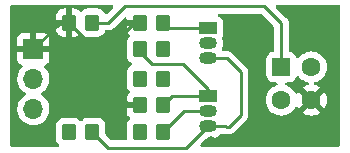
<source format=gbr>
%TF.GenerationSoftware,KiCad,Pcbnew,(6.0.5-0)*%
%TF.CreationDate,2022-06-15T16:59:53+05:30*%
%TF.ProjectId,CNY70_PCB,434e5937-305f-4504-9342-2e6b69636164,rev?*%
%TF.SameCoordinates,Original*%
%TF.FileFunction,Copper,L1,Top*%
%TF.FilePolarity,Positive*%
%FSLAX46Y46*%
G04 Gerber Fmt 4.6, Leading zero omitted, Abs format (unit mm)*
G04 Created by KiCad (PCBNEW (6.0.5-0)) date 2022-06-15 16:59:53*
%MOMM*%
%LPD*%
G01*
G04 APERTURE LIST*
G04 Aperture macros list*
%AMRoundRect*
0 Rectangle with rounded corners*
0 $1 Rounding radius*
0 $2 $3 $4 $5 $6 $7 $8 $9 X,Y pos of 4 corners*
0 Add a 4 corners polygon primitive as box body*
4,1,4,$2,$3,$4,$5,$6,$7,$8,$9,$2,$3,0*
0 Add four circle primitives for the rounded corners*
1,1,$1+$1,$2,$3*
1,1,$1+$1,$4,$5*
1,1,$1+$1,$6,$7*
1,1,$1+$1,$8,$9*
0 Add four rect primitives between the rounded corners*
20,1,$1+$1,$2,$3,$4,$5,0*
20,1,$1+$1,$4,$5,$6,$7,0*
20,1,$1+$1,$6,$7,$8,$9,0*
20,1,$1+$1,$8,$9,$2,$3,0*%
G04 Aperture macros list end*
%TA.AperFunction,ComponentPad*%
%ADD10R,1.700000X1.700000*%
%TD*%
%TA.AperFunction,ComponentPad*%
%ADD11O,1.700000X1.700000*%
%TD*%
%TA.AperFunction,ComponentPad*%
%ADD12C,1.600000*%
%TD*%
%TA.AperFunction,ComponentPad*%
%ADD13RoundRect,0.249600X-0.550400X0.550400X-0.550400X-0.550400X0.550400X-0.550400X0.550400X0.550400X0*%
%TD*%
%TA.AperFunction,SMDPad,CuDef*%
%ADD14RoundRect,0.250000X0.350000X0.450000X-0.350000X0.450000X-0.350000X-0.450000X0.350000X-0.450000X0*%
%TD*%
%TA.AperFunction,SMDPad,CuDef*%
%ADD15RoundRect,0.250000X-0.350000X-0.450000X0.350000X-0.450000X0.350000X0.450000X-0.350000X0.450000X0*%
%TD*%
%TA.AperFunction,ComponentPad*%
%ADD16R,1.500000X1.050000*%
%TD*%
%TA.AperFunction,ComponentPad*%
%ADD17O,1.500000X1.050000*%
%TD*%
%TA.AperFunction,ViaPad*%
%ADD18C,0.800000*%
%TD*%
%TA.AperFunction,Conductor*%
%ADD19C,0.250000*%
%TD*%
G04 APERTURE END LIST*
D10*
%TO.P,J1,1,Pin_1*%
%TO.N,VCC*%
X138250000Y-72225000D03*
D11*
%TO.P,J1,2,Pin_2*%
%TO.N,Net-(J1-Pad2)*%
X138250000Y-74765000D03*
%TO.P,J1,3,Pin_3*%
%TO.N,GND*%
X138250000Y-77305000D03*
%TD*%
D12*
%TO.P,U1,4,E*%
%TO.N,Net-(Q1-Pad2)*%
X159250000Y-76550000D03*
%TO.P,U1,3,C*%
%TO.N,VCC*%
X161790000Y-76550000D03*
%TO.P,U1,2,K*%
%TO.N,GND*%
X161790000Y-73750000D03*
D13*
%TO.P,U1,1,A*%
%TO.N,Net-(R1-Pad2)*%
X159250000Y-73750000D03*
%TD*%
D14*
%TO.P,R7,1*%
%TO.N,Net-(Q1-Pad3)*%
X143250000Y-79250000D03*
%TO.P,R7,2*%
%TO.N,GND*%
X141250000Y-79250000D03*
%TD*%
D15*
%TO.P,R6,1*%
%TO.N,Net-(Q2-Pad2)*%
X147250000Y-74750000D03*
%TO.P,R6,2*%
%TO.N,GND*%
X149250000Y-74750000D03*
%TD*%
%TO.P,R5,1*%
%TO.N,VCC*%
X147250000Y-70000000D03*
%TO.P,R5,2*%
%TO.N,Net-(J1-Pad2)*%
X149250000Y-70000000D03*
%TD*%
D14*
%TO.P,R4,1*%
%TO.N,Net-(Q2-Pad2)*%
X149250000Y-72250000D03*
%TO.P,R4,2*%
%TO.N,Net-(Q1-Pad1)*%
X147250000Y-72250000D03*
%TD*%
D15*
%TO.P,R3,1*%
%TO.N,VCC*%
X147250000Y-77000000D03*
%TO.P,R3,2*%
%TO.N,Net-(Q1-Pad1)*%
X149250000Y-77000000D03*
%TD*%
D14*
%TO.P,R2,1*%
%TO.N,Net-(Q1-Pad2)*%
X149250000Y-79250000D03*
%TO.P,R2,2*%
%TO.N,GND*%
X147250000Y-79250000D03*
%TD*%
D15*
%TO.P,R1,1*%
%TO.N,VCC*%
X141250000Y-70000000D03*
%TO.P,R1,2*%
%TO.N,Net-(R1-Pad2)*%
X143250000Y-70000000D03*
%TD*%
D16*
%TO.P,Q2,1,C*%
%TO.N,Net-(J1-Pad2)*%
X153040000Y-70480000D03*
D17*
%TO.P,Q2,2,B*%
%TO.N,Net-(Q2-Pad2)*%
X153040000Y-71750000D03*
%TO.P,Q2,3,E*%
%TO.N,Net-(Q1-Pad3)*%
X153040000Y-73020000D03*
%TD*%
D16*
%TO.P,Q1,1,C*%
%TO.N,Net-(Q1-Pad1)*%
X153000000Y-76250000D03*
D17*
%TO.P,Q1,2,B*%
%TO.N,Net-(Q1-Pad2)*%
X153000000Y-77520000D03*
%TO.P,Q1,3,E*%
%TO.N,Net-(Q1-Pad3)*%
X153000000Y-78790000D03*
%TD*%
D18*
%TO.N,Net-(Q2-Pad2)*%
X147250000Y-74750000D03*
X149250000Y-72250000D03*
%TO.N,Net-(J1-Pad2)*%
X149250000Y-70000000D03*
%TO.N,VCC*%
X153250000Y-80000000D03*
X147250000Y-77000000D03*
%TO.N,GND*%
X141200000Y-79400000D03*
X147200000Y-79200000D03*
X149200000Y-74800000D03*
%TD*%
D19*
%TO.N,VCC*%
X158390000Y-80000000D02*
X158390000Y-79950000D01*
X158390000Y-79950000D02*
X161790000Y-76550000D01*
%TO.N,Net-(R1-Pad2)*%
X159250000Y-73750000D02*
X159250000Y-70050000D01*
X159250000Y-70050000D02*
X157800000Y-68600000D01*
%TO.N,VCC*%
X145400000Y-71400000D02*
X145400000Y-71600000D01*
X145400000Y-71600000D02*
X145400000Y-76000000D01*
X141250000Y-70000000D02*
X142850000Y-71600000D01*
X142850000Y-71600000D02*
X145400000Y-71600000D01*
X158390000Y-80000000D02*
X153250000Y-80000000D01*
X147250000Y-70000000D02*
X146800000Y-70000000D01*
X146800000Y-70000000D02*
X145400000Y-71400000D01*
X145400000Y-76000000D02*
X146400000Y-77000000D01*
X146400000Y-77000000D02*
X147250000Y-77000000D01*
X141250000Y-70000000D02*
X140475000Y-70000000D01*
X140475000Y-70000000D02*
X138250000Y-72225000D01*
%TO.N,GND*%
X141250000Y-79350000D02*
X141200000Y-79400000D01*
X141250000Y-79250000D02*
X141250000Y-79350000D01*
%TO.N,Net-(Q1-Pad3)*%
X143250000Y-79250000D02*
X144600000Y-80600000D01*
X144600000Y-80600000D02*
X151190000Y-80600000D01*
X151190000Y-80600000D02*
X153000000Y-78790000D01*
%TO.N,Net-(R1-Pad2)*%
X143250000Y-70000000D02*
X144600000Y-70000000D01*
X144600000Y-70000000D02*
X146000000Y-68600000D01*
X146000000Y-68600000D02*
X157800000Y-68600000D01*
%TO.N,Net-(Q1-Pad2)*%
X149250000Y-79250000D02*
X150980000Y-77520000D01*
X150980000Y-77520000D02*
X153000000Y-77520000D01*
%TO.N,GND*%
X147250000Y-79250000D02*
X147200000Y-79200000D01*
X149250000Y-74750000D02*
X149200000Y-74800000D01*
%TO.N,Net-(Q1-Pad1)*%
X149250000Y-77000000D02*
X150000000Y-76250000D01*
X150000000Y-76250000D02*
X153000000Y-76250000D01*
%TO.N,Net-(Q1-Pad3)*%
X154800000Y-78800000D02*
X154600000Y-78800000D01*
X155800000Y-77800000D02*
X154800000Y-78800000D01*
X154620000Y-73020000D02*
X155800000Y-74200000D01*
X153040000Y-73020000D02*
X154620000Y-73020000D01*
X155800000Y-74200000D02*
X155800000Y-77800000D01*
X154600000Y-78800000D02*
X154590000Y-78790000D01*
X154590000Y-78790000D02*
X153000000Y-78790000D01*
%TO.N,Net-(Q1-Pad1)*%
X147250000Y-72250000D02*
X147250000Y-72475000D01*
X147250000Y-72475000D02*
X148275000Y-73500000D01*
X148275000Y-73500000D02*
X150925000Y-73500000D01*
X150925000Y-73500000D02*
X153000000Y-75575000D01*
X153000000Y-75575000D02*
X153000000Y-76250000D01*
%TO.N,Net-(J1-Pad2)*%
X149250000Y-70000000D02*
X149730000Y-70480000D01*
X149730000Y-70480000D02*
X153040000Y-70480000D01*
%TO.N,Net-(Q2-Pad2)*%
X147250000Y-74500000D02*
X147250000Y-74750000D01*
%TD*%
%TA.AperFunction,Conductor*%
%TO.N,VCC*%
G36*
X164183621Y-68528502D02*
G01*
X164230114Y-68582158D01*
X164241500Y-68634500D01*
X164241500Y-80365500D01*
X164221498Y-80433621D01*
X164167842Y-80480114D01*
X164115500Y-80491500D01*
X152498594Y-80491500D01*
X152430473Y-80471498D01*
X152383980Y-80417842D01*
X152373876Y-80347568D01*
X152403370Y-80282988D01*
X152409499Y-80276405D01*
X152825499Y-79860405D01*
X152887811Y-79826379D01*
X152914594Y-79823500D01*
X153276004Y-79823500D01*
X153426713Y-79808723D01*
X153620742Y-79750142D01*
X153799698Y-79654990D01*
X153956763Y-79526890D01*
X154004501Y-79469184D01*
X154063333Y-79429447D01*
X154101585Y-79423500D01*
X154465107Y-79423500D01*
X154496442Y-79427459D01*
X154519970Y-79433500D01*
X154540224Y-79433500D01*
X154559934Y-79435051D01*
X154579943Y-79438220D01*
X154587835Y-79437474D01*
X154606580Y-79435702D01*
X154623962Y-79434059D01*
X154635819Y-79433500D01*
X154721233Y-79433500D01*
X154732416Y-79434027D01*
X154739909Y-79435702D01*
X154747835Y-79435453D01*
X154747836Y-79435453D01*
X154807986Y-79433562D01*
X154811945Y-79433500D01*
X154839856Y-79433500D01*
X154843791Y-79433003D01*
X154843856Y-79432995D01*
X154855693Y-79432062D01*
X154887951Y-79431048D01*
X154891970Y-79430922D01*
X154899889Y-79430673D01*
X154919343Y-79425021D01*
X154938700Y-79421013D01*
X154950930Y-79419468D01*
X154950931Y-79419468D01*
X154958797Y-79418474D01*
X154966168Y-79415555D01*
X154966170Y-79415555D01*
X154999912Y-79402196D01*
X155011142Y-79398351D01*
X155045983Y-79388229D01*
X155045984Y-79388229D01*
X155053593Y-79386018D01*
X155060412Y-79381985D01*
X155060417Y-79381983D01*
X155071028Y-79375707D01*
X155088776Y-79367012D01*
X155107617Y-79359552D01*
X155143387Y-79333564D01*
X155153307Y-79327048D01*
X155184535Y-79308580D01*
X155184538Y-79308578D01*
X155191362Y-79304542D01*
X155205683Y-79290221D01*
X155220717Y-79277380D01*
X155230694Y-79270131D01*
X155237107Y-79265472D01*
X155265298Y-79231395D01*
X155273288Y-79222616D01*
X156192247Y-78303657D01*
X156200537Y-78296113D01*
X156207018Y-78292000D01*
X156253659Y-78242332D01*
X156256413Y-78239491D01*
X156276135Y-78219769D01*
X156278612Y-78216576D01*
X156286317Y-78207555D01*
X156300795Y-78192137D01*
X156316586Y-78175321D01*
X156320407Y-78168371D01*
X156326346Y-78157568D01*
X156337202Y-78141041D01*
X156344757Y-78131302D01*
X156344758Y-78131300D01*
X156349614Y-78125040D01*
X156367174Y-78084460D01*
X156372391Y-78073812D01*
X156389877Y-78042005D01*
X156393695Y-78035060D01*
X156398733Y-78015437D01*
X156405137Y-77996734D01*
X156410033Y-77985420D01*
X156410033Y-77985419D01*
X156413181Y-77978145D01*
X156414420Y-77970322D01*
X156414423Y-77970312D01*
X156420099Y-77934476D01*
X156422505Y-77922856D01*
X156431528Y-77887711D01*
X156431528Y-77887710D01*
X156433500Y-77880030D01*
X156433500Y-77859776D01*
X156435051Y-77840065D01*
X156436980Y-77827886D01*
X156438220Y-77820057D01*
X156434059Y-77776038D01*
X156433500Y-77764181D01*
X156433500Y-74278767D01*
X156434027Y-74267584D01*
X156435702Y-74260091D01*
X156433562Y-74192014D01*
X156433500Y-74188055D01*
X156433500Y-74160144D01*
X156432995Y-74156144D01*
X156432062Y-74144301D01*
X156432048Y-74143834D01*
X156430673Y-74100111D01*
X156425021Y-74080657D01*
X156421013Y-74061300D01*
X156419468Y-74049070D01*
X156419468Y-74049069D01*
X156418474Y-74041203D01*
X156415555Y-74033830D01*
X156402196Y-74000088D01*
X156398351Y-73988858D01*
X156388229Y-73954017D01*
X156388229Y-73954016D01*
X156386018Y-73946407D01*
X156381985Y-73939588D01*
X156381983Y-73939583D01*
X156375707Y-73928972D01*
X156367012Y-73911224D01*
X156359552Y-73892383D01*
X156333564Y-73856613D01*
X156327048Y-73846693D01*
X156308580Y-73815465D01*
X156308578Y-73815462D01*
X156304542Y-73808638D01*
X156290221Y-73794317D01*
X156277380Y-73779283D01*
X156270131Y-73769306D01*
X156265472Y-73762893D01*
X156231395Y-73734702D01*
X156222616Y-73726712D01*
X155123652Y-72627747D01*
X155116112Y-72619461D01*
X155112000Y-72612982D01*
X155062348Y-72566356D01*
X155059507Y-72563602D01*
X155039770Y-72543865D01*
X155036573Y-72541385D01*
X155027551Y-72533680D01*
X155001100Y-72508841D01*
X154995321Y-72503414D01*
X154988375Y-72499595D01*
X154988372Y-72499593D01*
X154977566Y-72493652D01*
X154961047Y-72482801D01*
X154958301Y-72480671D01*
X154945041Y-72470386D01*
X154937772Y-72467241D01*
X154937768Y-72467238D01*
X154904463Y-72452826D01*
X154893813Y-72447609D01*
X154855060Y-72426305D01*
X154835437Y-72421267D01*
X154816734Y-72414863D01*
X154805420Y-72409967D01*
X154805419Y-72409967D01*
X154798145Y-72406819D01*
X154790322Y-72405580D01*
X154790312Y-72405577D01*
X154754476Y-72399901D01*
X154742856Y-72397495D01*
X154707711Y-72388472D01*
X154707710Y-72388472D01*
X154700030Y-72386500D01*
X154679776Y-72386500D01*
X154660065Y-72384949D01*
X154647886Y-72383020D01*
X154640057Y-72381780D01*
X154603254Y-72385259D01*
X154596039Y-72385941D01*
X154584181Y-72386500D01*
X154307165Y-72386500D01*
X154239044Y-72366498D01*
X154192551Y-72312842D01*
X154182447Y-72242568D01*
X154196329Y-72200571D01*
X154219426Y-72157853D01*
X154222356Y-72152435D01*
X154279905Y-71966525D01*
X154280468Y-71964707D01*
X154280469Y-71964704D01*
X154282290Y-71958820D01*
X154303476Y-71757250D01*
X154285106Y-71555404D01*
X154279188Y-71535294D01*
X154229620Y-71366879D01*
X154229619Y-71366877D01*
X154227881Y-71360971D01*
X154228740Y-71360718D01*
X154222286Y-71295338D01*
X154235452Y-71258594D01*
X154240615Y-71251705D01*
X154254776Y-71213932D01*
X154288971Y-71122715D01*
X154291745Y-71115316D01*
X154298500Y-71053134D01*
X154298500Y-69906866D01*
X154291745Y-69844684D01*
X154240615Y-69708295D01*
X154153261Y-69591739D01*
X154036705Y-69504385D01*
X154028296Y-69501233D01*
X154028295Y-69501232D01*
X153964942Y-69477482D01*
X153908177Y-69434841D01*
X153883477Y-69368279D01*
X153898684Y-69298930D01*
X153948970Y-69248812D01*
X154009171Y-69233500D01*
X157485406Y-69233500D01*
X157553527Y-69253502D01*
X157574501Y-69270405D01*
X158579595Y-70275499D01*
X158613621Y-70337811D01*
X158616500Y-70364594D01*
X158616500Y-72337329D01*
X158596498Y-72405450D01*
X158542842Y-72451943D01*
X158530379Y-72456852D01*
X158375825Y-72508415D01*
X158225502Y-72601437D01*
X158220332Y-72606616D01*
X158199238Y-72627747D01*
X158100611Y-72726547D01*
X158007851Y-72877032D01*
X158005546Y-72883980D01*
X158005546Y-72883981D01*
X157958218Y-73026669D01*
X157952197Y-73044820D01*
X157941500Y-73149227D01*
X157941501Y-74350772D01*
X157952469Y-74456484D01*
X158008415Y-74624175D01*
X158101437Y-74774498D01*
X158226547Y-74899389D01*
X158377032Y-74992149D01*
X158383980Y-74994454D01*
X158383981Y-74994454D01*
X158538289Y-75045637D01*
X158538291Y-75045638D01*
X158544820Y-75047803D01*
X158649227Y-75058500D01*
X158803634Y-75058500D01*
X158871755Y-75078502D01*
X158918248Y-75132158D01*
X158928352Y-75202432D01*
X158898858Y-75267012D01*
X158836245Y-75306207D01*
X158806067Y-75314293D01*
X158806065Y-75314294D01*
X158800757Y-75315716D01*
X158795776Y-75318039D01*
X158795775Y-75318039D01*
X158598238Y-75410151D01*
X158598233Y-75410154D01*
X158593251Y-75412477D01*
X158502941Y-75475713D01*
X158410211Y-75540643D01*
X158410208Y-75540645D01*
X158405700Y-75543802D01*
X158243802Y-75705700D01*
X158240645Y-75710208D01*
X158240643Y-75710211D01*
X158239467Y-75711891D01*
X158112477Y-75893251D01*
X158110154Y-75898233D01*
X158110151Y-75898238D01*
X158059997Y-76005795D01*
X158015716Y-76100757D01*
X158014294Y-76106065D01*
X158014293Y-76106067D01*
X157960171Y-76308051D01*
X157956457Y-76321913D01*
X157936502Y-76550000D01*
X157956457Y-76778087D01*
X157957881Y-76783400D01*
X157957881Y-76783402D01*
X157995025Y-76922022D01*
X158015716Y-76999243D01*
X158018039Y-77004224D01*
X158018039Y-77004225D01*
X158110151Y-77201762D01*
X158110154Y-77201767D01*
X158112477Y-77206749D01*
X158185902Y-77311611D01*
X158230224Y-77374908D01*
X158243802Y-77394300D01*
X158405700Y-77556198D01*
X158410208Y-77559355D01*
X158410211Y-77559357D01*
X158477061Y-77606166D01*
X158593251Y-77687523D01*
X158598233Y-77689846D01*
X158598238Y-77689849D01*
X158778587Y-77773946D01*
X158800757Y-77784284D01*
X158806065Y-77785706D01*
X158806067Y-77785707D01*
X159016598Y-77842119D01*
X159016600Y-77842119D01*
X159021913Y-77843543D01*
X159250000Y-77863498D01*
X159478087Y-77843543D01*
X159483400Y-77842119D01*
X159483402Y-77842119D01*
X159693933Y-77785707D01*
X159693935Y-77785706D01*
X159699243Y-77784284D01*
X159721413Y-77773946D01*
X159901762Y-77689849D01*
X159901767Y-77689846D01*
X159906749Y-77687523D01*
X159980243Y-77636062D01*
X161068493Y-77636062D01*
X161077789Y-77648077D01*
X161128994Y-77683931D01*
X161138489Y-77689414D01*
X161335947Y-77781490D01*
X161346239Y-77785236D01*
X161556688Y-77841625D01*
X161567481Y-77843528D01*
X161784525Y-77862517D01*
X161795475Y-77862517D01*
X162012519Y-77843528D01*
X162023312Y-77841625D01*
X162233761Y-77785236D01*
X162244053Y-77781490D01*
X162441511Y-77689414D01*
X162451006Y-77683931D01*
X162503048Y-77647491D01*
X162511424Y-77637012D01*
X162504356Y-77623566D01*
X161802812Y-76922022D01*
X161788868Y-76914408D01*
X161787035Y-76914539D01*
X161780420Y-76918790D01*
X161074923Y-77624287D01*
X161068493Y-77636062D01*
X159980243Y-77636062D01*
X160022939Y-77606166D01*
X160089789Y-77559357D01*
X160089792Y-77559355D01*
X160094300Y-77556198D01*
X160256198Y-77394300D01*
X160269777Y-77374908D01*
X160314098Y-77311611D01*
X160387523Y-77206749D01*
X160389846Y-77201767D01*
X160389849Y-77201762D01*
X160406081Y-77166951D01*
X160452998Y-77113666D01*
X160521275Y-77094205D01*
X160589235Y-77114747D01*
X160634471Y-77166951D01*
X160650586Y-77201511D01*
X160656069Y-77211006D01*
X160692509Y-77263048D01*
X160702988Y-77271424D01*
X160716434Y-77264356D01*
X161417978Y-76562812D01*
X161424356Y-76551132D01*
X162154408Y-76551132D01*
X162154539Y-76552965D01*
X162158790Y-76559580D01*
X162864287Y-77265077D01*
X162876062Y-77271507D01*
X162888077Y-77262211D01*
X162923931Y-77211006D01*
X162929414Y-77201511D01*
X163021490Y-77004053D01*
X163025236Y-76993761D01*
X163081625Y-76783312D01*
X163083528Y-76772519D01*
X163102517Y-76555475D01*
X163102517Y-76544525D01*
X163083528Y-76327481D01*
X163081625Y-76316688D01*
X163025236Y-76106239D01*
X163021490Y-76095947D01*
X162929414Y-75898489D01*
X162923931Y-75888994D01*
X162887491Y-75836952D01*
X162877012Y-75828576D01*
X162863566Y-75835644D01*
X162162022Y-76537188D01*
X162154408Y-76551132D01*
X161424356Y-76551132D01*
X161425592Y-76548868D01*
X161425461Y-76547035D01*
X161421210Y-76540420D01*
X160715713Y-75834923D01*
X160703938Y-75828493D01*
X160691923Y-75837789D01*
X160656069Y-75888994D01*
X160650586Y-75898489D01*
X160634471Y-75933049D01*
X160587554Y-75986334D01*
X160519277Y-76005795D01*
X160451317Y-75985253D01*
X160406081Y-75933049D01*
X160389849Y-75898238D01*
X160389846Y-75898233D01*
X160387523Y-75893251D01*
X160260533Y-75711891D01*
X160259357Y-75710211D01*
X160259355Y-75710208D01*
X160256198Y-75705700D01*
X160094300Y-75543802D01*
X160089792Y-75540645D01*
X160089789Y-75540643D01*
X159997059Y-75475713D01*
X159906749Y-75412477D01*
X159901767Y-75410154D01*
X159901762Y-75410151D01*
X159704225Y-75318039D01*
X159704224Y-75318039D01*
X159699243Y-75315716D01*
X159693936Y-75314294D01*
X159693925Y-75314290D01*
X159663751Y-75306205D01*
X159603129Y-75269254D01*
X159572107Y-75205393D01*
X159580536Y-75134898D01*
X159625740Y-75080152D01*
X159696363Y-75058499D01*
X159850772Y-75058499D01*
X159854016Y-75058162D01*
X159854024Y-75058162D01*
X159900032Y-75053388D01*
X159956484Y-75047531D01*
X160124175Y-74991585D01*
X160274498Y-74898563D01*
X160399389Y-74773453D01*
X160492149Y-74622968D01*
X160513393Y-74558919D01*
X160553824Y-74500561D01*
X160619388Y-74473324D01*
X160689270Y-74485858D01*
X160736199Y-74526317D01*
X160780643Y-74589789D01*
X160783802Y-74594300D01*
X160945700Y-74756198D01*
X160950208Y-74759355D01*
X160950211Y-74759357D01*
X161028389Y-74814098D01*
X161133251Y-74887523D01*
X161138233Y-74889846D01*
X161138238Y-74889849D01*
X161335775Y-74981961D01*
X161340757Y-74984284D01*
X161346064Y-74985706D01*
X161505966Y-75028552D01*
X161566588Y-75065504D01*
X161597610Y-75129365D01*
X161589181Y-75199859D01*
X161543978Y-75254606D01*
X161505965Y-75271966D01*
X161346239Y-75314764D01*
X161335947Y-75318510D01*
X161138489Y-75410586D01*
X161128994Y-75416069D01*
X161076952Y-75452509D01*
X161068576Y-75462988D01*
X161075644Y-75476434D01*
X161777188Y-76177978D01*
X161791132Y-76185592D01*
X161792965Y-76185461D01*
X161799580Y-76181210D01*
X162505077Y-75475713D01*
X162511507Y-75463938D01*
X162502211Y-75451923D01*
X162451006Y-75416069D01*
X162441511Y-75410586D01*
X162244053Y-75318510D01*
X162233761Y-75314764D01*
X162074035Y-75271966D01*
X162013412Y-75235014D01*
X161982391Y-75171154D01*
X161990819Y-75100659D01*
X162036022Y-75045912D01*
X162074034Y-75028552D01*
X162233936Y-74985706D01*
X162239243Y-74984284D01*
X162244225Y-74981961D01*
X162441762Y-74889849D01*
X162441767Y-74889846D01*
X162446749Y-74887523D01*
X162551611Y-74814098D01*
X162629789Y-74759357D01*
X162629792Y-74759355D01*
X162634300Y-74756198D01*
X162796198Y-74594300D01*
X162820972Y-74558920D01*
X162872130Y-74485858D01*
X162927523Y-74406749D01*
X162929846Y-74401767D01*
X162929849Y-74401762D01*
X163021961Y-74204225D01*
X163021961Y-74204224D01*
X163024284Y-74199243D01*
X163026750Y-74190042D01*
X163082119Y-73983402D01*
X163082119Y-73983400D01*
X163083543Y-73978087D01*
X163103498Y-73750000D01*
X163083543Y-73521913D01*
X163079911Y-73508357D01*
X163025707Y-73306067D01*
X163025706Y-73306065D01*
X163024284Y-73300757D01*
X163002405Y-73253836D01*
X162929849Y-73098238D01*
X162929846Y-73098233D01*
X162927523Y-73093251D01*
X162813540Y-72930467D01*
X162799357Y-72910211D01*
X162799355Y-72910208D01*
X162796198Y-72905700D01*
X162634300Y-72743802D01*
X162629792Y-72740645D01*
X162629789Y-72740643D01*
X162551611Y-72685902D01*
X162446749Y-72612477D01*
X162441767Y-72610154D01*
X162441762Y-72610151D01*
X162244225Y-72518039D01*
X162244224Y-72518039D01*
X162239243Y-72515716D01*
X162233935Y-72514294D01*
X162233933Y-72514293D01*
X162023402Y-72457881D01*
X162023400Y-72457881D01*
X162018087Y-72456457D01*
X161790000Y-72436502D01*
X161561913Y-72456457D01*
X161556600Y-72457881D01*
X161556598Y-72457881D01*
X161346067Y-72514293D01*
X161346065Y-72514294D01*
X161340757Y-72515716D01*
X161335776Y-72518039D01*
X161335775Y-72518039D01*
X161138238Y-72610151D01*
X161138233Y-72610154D01*
X161133251Y-72612477D01*
X161028389Y-72685902D01*
X160950211Y-72740643D01*
X160950208Y-72740645D01*
X160945700Y-72743802D01*
X160783802Y-72905700D01*
X160780645Y-72910208D01*
X160780643Y-72910211D01*
X160736174Y-72973719D01*
X160680716Y-73018047D01*
X160610097Y-73025356D01*
X160546737Y-72993325D01*
X160513437Y-72941324D01*
X160494839Y-72885577D01*
X160491585Y-72875825D01*
X160398563Y-72725502D01*
X160273453Y-72600611D01*
X160122968Y-72507851D01*
X160098072Y-72499593D01*
X159969832Y-72457057D01*
X159911472Y-72416626D01*
X159884236Y-72351061D01*
X159883500Y-72337464D01*
X159883500Y-70128768D01*
X159884027Y-70117585D01*
X159885702Y-70110092D01*
X159883562Y-70042001D01*
X159883500Y-70038044D01*
X159883500Y-70010144D01*
X159882996Y-70006153D01*
X159882063Y-69994311D01*
X159880923Y-69958036D01*
X159880674Y-69950111D01*
X159875021Y-69930652D01*
X159871012Y-69911293D01*
X159870453Y-69906866D01*
X159868474Y-69891203D01*
X159865558Y-69883837D01*
X159865556Y-69883831D01*
X159852200Y-69850098D01*
X159848355Y-69838868D01*
X159838230Y-69804017D01*
X159838230Y-69804016D01*
X159836019Y-69796407D01*
X159825705Y-69778966D01*
X159817008Y-69761213D01*
X159812472Y-69749758D01*
X159809552Y-69742383D01*
X159783563Y-69706612D01*
X159777047Y-69696692D01*
X159758578Y-69665463D01*
X159754542Y-69658638D01*
X159740221Y-69644317D01*
X159727380Y-69629283D01*
X159720131Y-69619306D01*
X159715472Y-69612893D01*
X159681395Y-69584702D01*
X159672626Y-69576722D01*
X158819498Y-68723593D01*
X158785474Y-68661283D01*
X158790539Y-68590467D01*
X158833086Y-68533632D01*
X158899606Y-68508821D01*
X158908595Y-68508500D01*
X164115500Y-68508500D01*
X164183621Y-68528502D01*
G37*
%TD.AperFunction*%
%TA.AperFunction,Conductor*%
G36*
X144959527Y-68528502D02*
G01*
X145006020Y-68582158D01*
X145016124Y-68652432D01*
X144986630Y-68717012D01*
X144980501Y-68723595D01*
X144475350Y-69228746D01*
X144413038Y-69262772D01*
X144342223Y-69257707D01*
X144285387Y-69215160D01*
X144279118Y-69205965D01*
X144198478Y-69075652D01*
X144073303Y-68950695D01*
X144067072Y-68946854D01*
X143928968Y-68861725D01*
X143928966Y-68861724D01*
X143922738Y-68857885D01*
X143842995Y-68831436D01*
X143761389Y-68804368D01*
X143761387Y-68804368D01*
X143754861Y-68802203D01*
X143748025Y-68801503D01*
X143748022Y-68801502D01*
X143704969Y-68797091D01*
X143650400Y-68791500D01*
X142849600Y-68791500D01*
X142846354Y-68791837D01*
X142846350Y-68791837D01*
X142750692Y-68801762D01*
X142750688Y-68801763D01*
X142743834Y-68802474D01*
X142737298Y-68804655D01*
X142737296Y-68804655D01*
X142720928Y-68810116D01*
X142576054Y-68858450D01*
X142425652Y-68951522D01*
X142420479Y-68956704D01*
X142338862Y-69038463D01*
X142276579Y-69072542D01*
X142205759Y-69067539D01*
X142160671Y-69038618D01*
X142078171Y-68956261D01*
X142066760Y-68947249D01*
X141928757Y-68862184D01*
X141915576Y-68856037D01*
X141761290Y-68804862D01*
X141747914Y-68801995D01*
X141653562Y-68792328D01*
X141647145Y-68792000D01*
X141522115Y-68792000D01*
X141506876Y-68796475D01*
X141505671Y-68797865D01*
X141504000Y-68805548D01*
X141504000Y-71189884D01*
X141508475Y-71205123D01*
X141509865Y-71206328D01*
X141517548Y-71207999D01*
X141647095Y-71207999D01*
X141653614Y-71207662D01*
X141749206Y-71197743D01*
X141762600Y-71194851D01*
X141916784Y-71143412D01*
X141929962Y-71137239D01*
X142067807Y-71051937D01*
X142079208Y-71042901D01*
X142160430Y-70961538D01*
X142222713Y-70927459D01*
X142293533Y-70932462D01*
X142338620Y-70961383D01*
X142421512Y-71044130D01*
X142421517Y-71044134D01*
X142426697Y-71049305D01*
X142432927Y-71053145D01*
X142432928Y-71053146D01*
X142570288Y-71137816D01*
X142577262Y-71142115D01*
X142605931Y-71151624D01*
X142738611Y-71195632D01*
X142738613Y-71195632D01*
X142745139Y-71197797D01*
X142751975Y-71198497D01*
X142751978Y-71198498D01*
X142795031Y-71202909D01*
X142849600Y-71208500D01*
X143650400Y-71208500D01*
X143653646Y-71208163D01*
X143653650Y-71208163D01*
X143749308Y-71198238D01*
X143749312Y-71198237D01*
X143756166Y-71197526D01*
X143762702Y-71195345D01*
X143762704Y-71195345D01*
X143894806Y-71151272D01*
X143923946Y-71141550D01*
X144074348Y-71048478D01*
X144199305Y-70923303D01*
X144225660Y-70880548D01*
X144288275Y-70778968D01*
X144288276Y-70778966D01*
X144292115Y-70772738D01*
X144309663Y-70719832D01*
X144350094Y-70661473D01*
X144415658Y-70634236D01*
X144429256Y-70633500D01*
X144521233Y-70633500D01*
X144532416Y-70634027D01*
X144539909Y-70635702D01*
X144547835Y-70635453D01*
X144547836Y-70635453D01*
X144607986Y-70633562D01*
X144611945Y-70633500D01*
X144639856Y-70633500D01*
X144643791Y-70633003D01*
X144643856Y-70632995D01*
X144655693Y-70632062D01*
X144687951Y-70631048D01*
X144691970Y-70630922D01*
X144699889Y-70630673D01*
X144719343Y-70625021D01*
X144738700Y-70621013D01*
X144750930Y-70619468D01*
X144750931Y-70619468D01*
X144758797Y-70618474D01*
X144766168Y-70615555D01*
X144766170Y-70615555D01*
X144799912Y-70602196D01*
X144811142Y-70598351D01*
X144845983Y-70588229D01*
X144845984Y-70588229D01*
X144853593Y-70586018D01*
X144860412Y-70581985D01*
X144860417Y-70581983D01*
X144871028Y-70575707D01*
X144888776Y-70567012D01*
X144907617Y-70559552D01*
X144943387Y-70533564D01*
X144953307Y-70527048D01*
X144984535Y-70508580D01*
X144984538Y-70508578D01*
X144991362Y-70504542D01*
X145005683Y-70490221D01*
X145020717Y-70477380D01*
X145030694Y-70470131D01*
X145037107Y-70465472D01*
X145065298Y-70431395D01*
X145073278Y-70422626D01*
X145926907Y-69568998D01*
X145989217Y-69534974D01*
X146060033Y-69540039D01*
X146116868Y-69582586D01*
X146141679Y-69649106D01*
X146142000Y-69658095D01*
X146142000Y-69727885D01*
X146146475Y-69743124D01*
X146147865Y-69744329D01*
X146155548Y-69746000D01*
X147378000Y-69746000D01*
X147446121Y-69766002D01*
X147492614Y-69819658D01*
X147504000Y-69872000D01*
X147504000Y-70128000D01*
X147483998Y-70196121D01*
X147430342Y-70242614D01*
X147378000Y-70254000D01*
X146160116Y-70254000D01*
X146144877Y-70258475D01*
X146143672Y-70259865D01*
X146142001Y-70267548D01*
X146142001Y-70497095D01*
X146142338Y-70503614D01*
X146152257Y-70599206D01*
X146155149Y-70612600D01*
X146206588Y-70766784D01*
X146212761Y-70779962D01*
X146298063Y-70917807D01*
X146307099Y-70929208D01*
X146413462Y-71035387D01*
X146447541Y-71097670D01*
X146442538Y-71168490D01*
X146413617Y-71213578D01*
X146300695Y-71326697D01*
X146296855Y-71332927D01*
X146296854Y-71332928D01*
X146282073Y-71356908D01*
X146207885Y-71477262D01*
X146152203Y-71645139D01*
X146141500Y-71749600D01*
X146141500Y-72750400D01*
X146141837Y-72753646D01*
X146141837Y-72753650D01*
X146151471Y-72846498D01*
X146152474Y-72856166D01*
X146154655Y-72862702D01*
X146154655Y-72862704D01*
X146163751Y-72889967D01*
X146208450Y-73023946D01*
X146301522Y-73174348D01*
X146426697Y-73299305D01*
X146432927Y-73303145D01*
X146432928Y-73303146D01*
X146577262Y-73392115D01*
X146575730Y-73394601D01*
X146619030Y-73432706D01*
X146638509Y-73500978D01*
X146617986Y-73568943D01*
X146574807Y-73606436D01*
X146576054Y-73608450D01*
X146425652Y-73701522D01*
X146420479Y-73706704D01*
X146379560Y-73747694D01*
X146300695Y-73826697D01*
X146296855Y-73832927D01*
X146296854Y-73832928D01*
X146232323Y-73937617D01*
X146207885Y-73977262D01*
X146182728Y-74053108D01*
X146160263Y-74120840D01*
X146152203Y-74145139D01*
X146151503Y-74151975D01*
X146151502Y-74151978D01*
X146150259Y-74164108D01*
X146141500Y-74249600D01*
X146141500Y-75250400D01*
X146141837Y-75253646D01*
X146141837Y-75253650D01*
X146144795Y-75282153D01*
X146152474Y-75356166D01*
X146154655Y-75362702D01*
X146154655Y-75362704D01*
X146184421Y-75451923D01*
X146208450Y-75523946D01*
X146301522Y-75674348D01*
X146306704Y-75679521D01*
X146413463Y-75786094D01*
X146447542Y-75848376D01*
X146442539Y-75919197D01*
X146413618Y-75964285D01*
X146306261Y-76071829D01*
X146297249Y-76083240D01*
X146212184Y-76221243D01*
X146206037Y-76234424D01*
X146154862Y-76388710D01*
X146151995Y-76402086D01*
X146142328Y-76496438D01*
X146142000Y-76502855D01*
X146142000Y-76727885D01*
X146146475Y-76743124D01*
X146147865Y-76744329D01*
X146155548Y-76746000D01*
X147378000Y-76746000D01*
X147446121Y-76766002D01*
X147492614Y-76819658D01*
X147504000Y-76872000D01*
X147504000Y-77128000D01*
X147483998Y-77196121D01*
X147430342Y-77242614D01*
X147378000Y-77254000D01*
X146160116Y-77254000D01*
X146144877Y-77258475D01*
X146143672Y-77259865D01*
X146142001Y-77267548D01*
X146142001Y-77497095D01*
X146142338Y-77503614D01*
X146152257Y-77599206D01*
X146155149Y-77612600D01*
X146206588Y-77766784D01*
X146212761Y-77779962D01*
X146298063Y-77917807D01*
X146307099Y-77929208D01*
X146413462Y-78035387D01*
X146447541Y-78097670D01*
X146442538Y-78168490D01*
X146413617Y-78213578D01*
X146300695Y-78326697D01*
X146207885Y-78477262D01*
X146152203Y-78645139D01*
X146151503Y-78651975D01*
X146151502Y-78651978D01*
X146150008Y-78666564D01*
X146141500Y-78749600D01*
X146141500Y-79750400D01*
X146141837Y-79753644D01*
X146141837Y-79753652D01*
X146149499Y-79827497D01*
X146136634Y-79897318D01*
X146088063Y-79949100D01*
X146024172Y-79966500D01*
X144914595Y-79966500D01*
X144846474Y-79946498D01*
X144825500Y-79929595D01*
X144395405Y-79499500D01*
X144361379Y-79437188D01*
X144358500Y-79410405D01*
X144358500Y-78749600D01*
X144349904Y-78666753D01*
X144348238Y-78650692D01*
X144348237Y-78650688D01*
X144347526Y-78643834D01*
X144291550Y-78476054D01*
X144198478Y-78325652D01*
X144073303Y-78200695D01*
X144067072Y-78196854D01*
X143928968Y-78111725D01*
X143928966Y-78111724D01*
X143922738Y-78107885D01*
X143835694Y-78079014D01*
X143761389Y-78054368D01*
X143761387Y-78054368D01*
X143754861Y-78052203D01*
X143748025Y-78051503D01*
X143748022Y-78051502D01*
X143704969Y-78047091D01*
X143650400Y-78041500D01*
X142849600Y-78041500D01*
X142846354Y-78041837D01*
X142846350Y-78041837D01*
X142750692Y-78051762D01*
X142750688Y-78051763D01*
X142743834Y-78052474D01*
X142737298Y-78054655D01*
X142737296Y-78054655D01*
X142608365Y-78097670D01*
X142576054Y-78108450D01*
X142425652Y-78201522D01*
X142420479Y-78206704D01*
X142339216Y-78288109D01*
X142276934Y-78322188D01*
X142206114Y-78317185D01*
X142161025Y-78288264D01*
X142078483Y-78205866D01*
X142073303Y-78200695D01*
X142067072Y-78196854D01*
X141928968Y-78111725D01*
X141928966Y-78111724D01*
X141922738Y-78107885D01*
X141835694Y-78079014D01*
X141761389Y-78054368D01*
X141761387Y-78054368D01*
X141754861Y-78052203D01*
X141748025Y-78051503D01*
X141748022Y-78051502D01*
X141704969Y-78047091D01*
X141650400Y-78041500D01*
X140849600Y-78041500D01*
X140846354Y-78041837D01*
X140846350Y-78041837D01*
X140750692Y-78051762D01*
X140750688Y-78051763D01*
X140743834Y-78052474D01*
X140737298Y-78054655D01*
X140737296Y-78054655D01*
X140608365Y-78097670D01*
X140576054Y-78108450D01*
X140425652Y-78201522D01*
X140420479Y-78206704D01*
X140415307Y-78211885D01*
X140300695Y-78326697D01*
X140207885Y-78477262D01*
X140152203Y-78645139D01*
X140151503Y-78651975D01*
X140151502Y-78651978D01*
X140150008Y-78666564D01*
X140141500Y-78749600D01*
X140141500Y-79750400D01*
X140141837Y-79753646D01*
X140141837Y-79753650D01*
X140149085Y-79823500D01*
X140152474Y-79856166D01*
X140208450Y-80023946D01*
X140301522Y-80174348D01*
X140339132Y-80211892D01*
X140403679Y-80276327D01*
X140437758Y-80338609D01*
X140432755Y-80409430D01*
X140390258Y-80466302D01*
X140323759Y-80491171D01*
X140314661Y-80491500D01*
X136384500Y-80491500D01*
X136316379Y-80471498D01*
X136269886Y-80417842D01*
X136258500Y-80365500D01*
X136258500Y-77271695D01*
X136887251Y-77271695D01*
X136887548Y-77276848D01*
X136887548Y-77276851D01*
X136893011Y-77371590D01*
X136900110Y-77494715D01*
X136901247Y-77499761D01*
X136901248Y-77499767D01*
X136913364Y-77553526D01*
X136949222Y-77712639D01*
X137033266Y-77919616D01*
X137073591Y-77985420D01*
X137144248Y-78100722D01*
X137149987Y-78110088D01*
X137296250Y-78278938D01*
X137468126Y-78421632D01*
X137661000Y-78534338D01*
X137869692Y-78614030D01*
X137874760Y-78615061D01*
X137874763Y-78615062D01*
X137982017Y-78636883D01*
X138088597Y-78658567D01*
X138093772Y-78658757D01*
X138093774Y-78658757D01*
X138306673Y-78666564D01*
X138306677Y-78666564D01*
X138311837Y-78666753D01*
X138316957Y-78666097D01*
X138316959Y-78666097D01*
X138528288Y-78639025D01*
X138528289Y-78639025D01*
X138533416Y-78638368D01*
X138538366Y-78636883D01*
X138742429Y-78575661D01*
X138742434Y-78575659D01*
X138747384Y-78574174D01*
X138947994Y-78475896D01*
X139129860Y-78346173D01*
X139143152Y-78332928D01*
X139211209Y-78265107D01*
X139288096Y-78188489D01*
X139333689Y-78125040D01*
X139415435Y-78011277D01*
X139418453Y-78007077D01*
X139429157Y-77985420D01*
X139515136Y-77811453D01*
X139515137Y-77811451D01*
X139517430Y-77806811D01*
X139578391Y-77606166D01*
X139580865Y-77598023D01*
X139580865Y-77598021D01*
X139582370Y-77593069D01*
X139611529Y-77371590D01*
X139611611Y-77368240D01*
X139613074Y-77308365D01*
X139613074Y-77308361D01*
X139613156Y-77305000D01*
X139594852Y-77082361D01*
X139540431Y-76865702D01*
X139451354Y-76660840D01*
X139377730Y-76547035D01*
X139332822Y-76477617D01*
X139332820Y-76477614D01*
X139330014Y-76473277D01*
X139179670Y-76308051D01*
X139175619Y-76304852D01*
X139175615Y-76304848D01*
X139008414Y-76172800D01*
X139008410Y-76172798D01*
X139004359Y-76169598D01*
X138963053Y-76146796D01*
X138913084Y-76096364D01*
X138898312Y-76026921D01*
X138923428Y-75960516D01*
X138950780Y-75933909D01*
X139010165Y-75891550D01*
X139129860Y-75806173D01*
X139288096Y-75648489D01*
X139347594Y-75565689D01*
X139415435Y-75471277D01*
X139418453Y-75467077D01*
X139426482Y-75450833D01*
X139515136Y-75271453D01*
X139515137Y-75271451D01*
X139517430Y-75266811D01*
X139578592Y-75065504D01*
X139580865Y-75058023D01*
X139580865Y-75058021D01*
X139582370Y-75053069D01*
X139611529Y-74831590D01*
X139612924Y-74774498D01*
X139613074Y-74768365D01*
X139613074Y-74768361D01*
X139613156Y-74765000D01*
X139594852Y-74542361D01*
X139540431Y-74325702D01*
X139451354Y-74120840D01*
X139402180Y-74044828D01*
X139332822Y-73937617D01*
X139332820Y-73937614D01*
X139330014Y-73933277D01*
X139326540Y-73929459D01*
X139326533Y-73929450D01*
X139182435Y-73771088D01*
X139151383Y-73707242D01*
X139159779Y-73636744D01*
X139204956Y-73581976D01*
X139231400Y-73568307D01*
X139338052Y-73528325D01*
X139353649Y-73519786D01*
X139455724Y-73443285D01*
X139468285Y-73430724D01*
X139544786Y-73328649D01*
X139553324Y-73313054D01*
X139598478Y-73192606D01*
X139602105Y-73177351D01*
X139607631Y-73126486D01*
X139608000Y-73119672D01*
X139608000Y-72497115D01*
X139603525Y-72481876D01*
X139602135Y-72480671D01*
X139594452Y-72479000D01*
X136910116Y-72479000D01*
X136894877Y-72483475D01*
X136893672Y-72484865D01*
X136892001Y-72492548D01*
X136892001Y-73119669D01*
X136892371Y-73126490D01*
X136897895Y-73177352D01*
X136901521Y-73192604D01*
X136946676Y-73313054D01*
X136955214Y-73328649D01*
X137031715Y-73430724D01*
X137044276Y-73443285D01*
X137146351Y-73519786D01*
X137161946Y-73528324D01*
X137270827Y-73569142D01*
X137327591Y-73611784D01*
X137352291Y-73678345D01*
X137337083Y-73747694D01*
X137317691Y-73774175D01*
X137204729Y-73892383D01*
X137190629Y-73907138D01*
X137187715Y-73911410D01*
X137187714Y-73911411D01*
X137158650Y-73954017D01*
X137064743Y-74091680D01*
X137036754Y-74151978D01*
X136983406Y-74266907D01*
X136970688Y-74294305D01*
X136910989Y-74509570D01*
X136887251Y-74731695D01*
X136887548Y-74736848D01*
X136887548Y-74736851D01*
X136893011Y-74831590D01*
X136900110Y-74954715D01*
X136901247Y-74959761D01*
X136901248Y-74959767D01*
X136922275Y-75053069D01*
X136949222Y-75172639D01*
X137033266Y-75379616D01*
X137053403Y-75412477D01*
X137133291Y-75542842D01*
X137149987Y-75570088D01*
X137296250Y-75738938D01*
X137468126Y-75881632D01*
X137503547Y-75902330D01*
X137541445Y-75924476D01*
X137590169Y-75976114D01*
X137603240Y-76045897D01*
X137576509Y-76111669D01*
X137536055Y-76145027D01*
X137523607Y-76151507D01*
X137519474Y-76154610D01*
X137519471Y-76154612D01*
X137349100Y-76282530D01*
X137344965Y-76285635D01*
X137190629Y-76447138D01*
X137187715Y-76451410D01*
X137187714Y-76451411D01*
X137113926Y-76559580D01*
X137064743Y-76631680D01*
X137049003Y-76665590D01*
X136974297Y-76826531D01*
X136970688Y-76834305D01*
X136910989Y-77049570D01*
X136887251Y-77271695D01*
X136258500Y-77271695D01*
X136258500Y-71952885D01*
X136892000Y-71952885D01*
X136896475Y-71968124D01*
X136897865Y-71969329D01*
X136905548Y-71971000D01*
X137977885Y-71971000D01*
X137993124Y-71966525D01*
X137994329Y-71965135D01*
X137996000Y-71957452D01*
X137996000Y-71952885D01*
X138504000Y-71952885D01*
X138508475Y-71968124D01*
X138509865Y-71969329D01*
X138517548Y-71971000D01*
X139589884Y-71971000D01*
X139605123Y-71966525D01*
X139606328Y-71965135D01*
X139607999Y-71957452D01*
X139607999Y-71330331D01*
X139607629Y-71323510D01*
X139602105Y-71272648D01*
X139598479Y-71257396D01*
X139553324Y-71136946D01*
X139544786Y-71121351D01*
X139468285Y-71019276D01*
X139455724Y-71006715D01*
X139353649Y-70930214D01*
X139338054Y-70921676D01*
X139217606Y-70876522D01*
X139202351Y-70872895D01*
X139151486Y-70867369D01*
X139144672Y-70867000D01*
X138522115Y-70867000D01*
X138506876Y-70871475D01*
X138505671Y-70872865D01*
X138504000Y-70880548D01*
X138504000Y-71952885D01*
X137996000Y-71952885D01*
X137996000Y-70885116D01*
X137991525Y-70869877D01*
X137990135Y-70868672D01*
X137982452Y-70867001D01*
X137355331Y-70867001D01*
X137348510Y-70867371D01*
X137297648Y-70872895D01*
X137282396Y-70876521D01*
X137161946Y-70921676D01*
X137146351Y-70930214D01*
X137044276Y-71006715D01*
X137031715Y-71019276D01*
X136955214Y-71121351D01*
X136946676Y-71136946D01*
X136901522Y-71257394D01*
X136897895Y-71272649D01*
X136892369Y-71323514D01*
X136892000Y-71330328D01*
X136892000Y-71952885D01*
X136258500Y-71952885D01*
X136258500Y-70497095D01*
X140142001Y-70497095D01*
X140142338Y-70503614D01*
X140152257Y-70599206D01*
X140155149Y-70612600D01*
X140206588Y-70766784D01*
X140212761Y-70779962D01*
X140298063Y-70917807D01*
X140307099Y-70929208D01*
X140421829Y-71043739D01*
X140433240Y-71052751D01*
X140571243Y-71137816D01*
X140584424Y-71143963D01*
X140738710Y-71195138D01*
X140752086Y-71198005D01*
X140846438Y-71207672D01*
X140852854Y-71208000D01*
X140977885Y-71208000D01*
X140993124Y-71203525D01*
X140994329Y-71202135D01*
X140996000Y-71194452D01*
X140996000Y-70272115D01*
X140991525Y-70256876D01*
X140990135Y-70255671D01*
X140982452Y-70254000D01*
X140160116Y-70254000D01*
X140144877Y-70258475D01*
X140143672Y-70259865D01*
X140142001Y-70267548D01*
X140142001Y-70497095D01*
X136258500Y-70497095D01*
X136258500Y-69727885D01*
X140142000Y-69727885D01*
X140146475Y-69743124D01*
X140147865Y-69744329D01*
X140155548Y-69746000D01*
X140977885Y-69746000D01*
X140993124Y-69741525D01*
X140994329Y-69740135D01*
X140996000Y-69732452D01*
X140996000Y-68810116D01*
X140991525Y-68794877D01*
X140990135Y-68793672D01*
X140982452Y-68792001D01*
X140852905Y-68792001D01*
X140846386Y-68792338D01*
X140750794Y-68802257D01*
X140737400Y-68805149D01*
X140583216Y-68856588D01*
X140570038Y-68862761D01*
X140432193Y-68948063D01*
X140420792Y-68957099D01*
X140306261Y-69071829D01*
X140297249Y-69083240D01*
X140212184Y-69221243D01*
X140206037Y-69234424D01*
X140154862Y-69388710D01*
X140151995Y-69402086D01*
X140142328Y-69496438D01*
X140142000Y-69502855D01*
X140142000Y-69727885D01*
X136258500Y-69727885D01*
X136258500Y-68634500D01*
X136278502Y-68566379D01*
X136332158Y-68519886D01*
X136384500Y-68508500D01*
X144891406Y-68508500D01*
X144959527Y-68528502D01*
G37*
%TD.AperFunction*%
%TD*%
M02*

</source>
